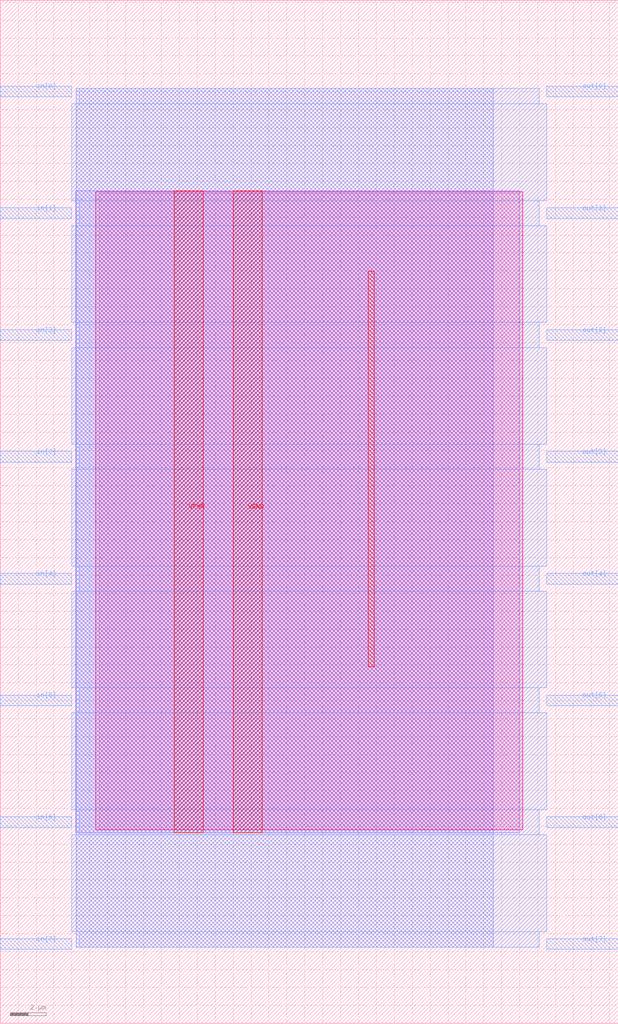
<source format=lef>
VERSION 5.7 ;
  NOWIREEXTENSIONATPIN ON ;
  DIVIDERCHAR "/" ;
  BUSBITCHARS "[]" ;
MACRO labwork1_src
  CLASS BLOCK ;
  FOREIGN labwork1_src ;
  ORIGIN 0.000 0.000 ;
  SIZE 34.500 BY 57.120 ;
  PIN VGND
    DIRECTION INOUT ;
    USE GROUND ;
    PORT
      LAYER met4 ;
        RECT 13.020 10.640 14.620 46.480 ;
    END
  END VGND
  PIN VPWR
    DIRECTION INOUT ;
    USE POWER ;
    PORT
      LAYER met4 ;
        RECT 9.720 10.640 11.320 46.480 ;
    END
  END VPWR
  PIN in[0]
    DIRECTION INPUT ;
    USE SIGNAL ;
    ANTENNAGATEAREA 0.196500 ;
    PORT
      LAYER met3 ;
        RECT 0.000 51.720 4.000 52.320 ;
    END
  END in[0]
  PIN in[1]
    DIRECTION INPUT ;
    USE SIGNAL ;
    ANTENNAGATEAREA 0.196500 ;
    PORT
      LAYER met3 ;
        RECT 0.000 44.920 4.000 45.520 ;
    END
  END in[1]
  PIN in[2]
    DIRECTION INPUT ;
    USE SIGNAL ;
    ANTENNAGATEAREA 0.196500 ;
    PORT
      LAYER met3 ;
        RECT 0.000 38.120 4.000 38.720 ;
    END
  END in[2]
  PIN in[3]
    DIRECTION INPUT ;
    USE SIGNAL ;
    ANTENNAGATEAREA 0.196500 ;
    PORT
      LAYER met3 ;
        RECT 0.000 31.320 4.000 31.920 ;
    END
  END in[3]
  PIN in[4]
    DIRECTION INPUT ;
    USE SIGNAL ;
    ANTENNAGATEAREA 0.196500 ;
    PORT
      LAYER met3 ;
        RECT 0.000 24.520 4.000 25.120 ;
    END
  END in[4]
  PIN in[5]
    DIRECTION INPUT ;
    USE SIGNAL ;
    ANTENNAGATEAREA 0.196500 ;
    PORT
      LAYER met3 ;
        RECT 0.000 17.720 4.000 18.320 ;
    END
  END in[5]
  PIN in[6]
    DIRECTION INPUT ;
    USE SIGNAL ;
    ANTENNAGATEAREA 0.196500 ;
    PORT
      LAYER met3 ;
        RECT 0.000 10.920 4.000 11.520 ;
    END
  END in[6]
  PIN in[7]
    DIRECTION INPUT ;
    USE SIGNAL ;
    ANTENNAGATEAREA 0.196500 ;
    PORT
      LAYER met3 ;
        RECT 0.000 4.120 4.000 4.720 ;
    END
  END in[7]
  PIN out[0]
    DIRECTION OUTPUT ;
    USE SIGNAL ;
    ANTENNADIFFAREA 0.445500 ;
    PORT
      LAYER met3 ;
        RECT 30.500 51.720 34.500 52.320 ;
    END
  END out[0]
  PIN out[1]
    DIRECTION OUTPUT ;
    USE SIGNAL ;
    ANTENNADIFFAREA 0.445500 ;
    PORT
      LAYER met3 ;
        RECT 30.500 44.920 34.500 45.520 ;
    END
  END out[1]
  PIN out[2]
    DIRECTION OUTPUT ;
    USE SIGNAL ;
    ANTENNADIFFAREA 0.445500 ;
    PORT
      LAYER met3 ;
        RECT 30.500 38.120 34.500 38.720 ;
    END
  END out[2]
  PIN out[3]
    DIRECTION OUTPUT ;
    USE SIGNAL ;
    ANTENNADIFFAREA 0.445500 ;
    PORT
      LAYER met3 ;
        RECT 30.500 31.320 34.500 31.920 ;
    END
  END out[3]
  PIN out[4]
    DIRECTION OUTPUT ;
    USE SIGNAL ;
    ANTENNADIFFAREA 0.445500 ;
    PORT
      LAYER met3 ;
        RECT 30.500 24.520 34.500 25.120 ;
    END
  END out[4]
  PIN out[5]
    DIRECTION OUTPUT ;
    USE SIGNAL ;
    ANTENNADIFFAREA 0.445500 ;
    PORT
      LAYER met3 ;
        RECT 30.500 17.720 34.500 18.320 ;
    END
  END out[5]
  PIN out[6]
    DIRECTION OUTPUT ;
    USE SIGNAL ;
    ANTENNADIFFAREA 0.445500 ;
    PORT
      LAYER met3 ;
        RECT 30.500 10.920 34.500 11.520 ;
    END
  END out[6]
  PIN out[7]
    DIRECTION OUTPUT ;
    USE SIGNAL ;
    ANTENNADIFFAREA 0.795200 ;
    PORT
      LAYER met3 ;
        RECT 30.500 4.120 34.500 4.720 ;
    END
  END out[7]
  OBS
      LAYER nwell ;
        RECT 5.330 10.795 29.170 46.430 ;
      LAYER li1 ;
        RECT 5.520 10.795 28.980 46.325 ;
      LAYER met1 ;
        RECT 4.210 10.640 28.980 46.480 ;
      LAYER met2 ;
        RECT 4.230 4.235 27.510 52.205 ;
      LAYER met3 ;
        RECT 4.400 51.320 30.100 52.185 ;
        RECT 3.990 45.920 30.500 51.320 ;
        RECT 4.400 44.520 30.100 45.920 ;
        RECT 3.990 39.120 30.500 44.520 ;
        RECT 4.400 37.720 30.100 39.120 ;
        RECT 3.990 32.320 30.500 37.720 ;
        RECT 4.400 30.920 30.100 32.320 ;
        RECT 3.990 25.520 30.500 30.920 ;
        RECT 4.400 24.120 30.100 25.520 ;
        RECT 3.990 18.720 30.500 24.120 ;
        RECT 4.400 17.320 30.100 18.720 ;
        RECT 3.990 11.920 30.500 17.320 ;
        RECT 4.400 10.520 30.100 11.920 ;
        RECT 3.990 5.120 30.500 10.520 ;
        RECT 4.400 4.255 30.100 5.120 ;
      LAYER met4 ;
        RECT 20.535 19.895 20.865 41.985 ;
  END
END labwork1_src
END LIBRARY


</source>
